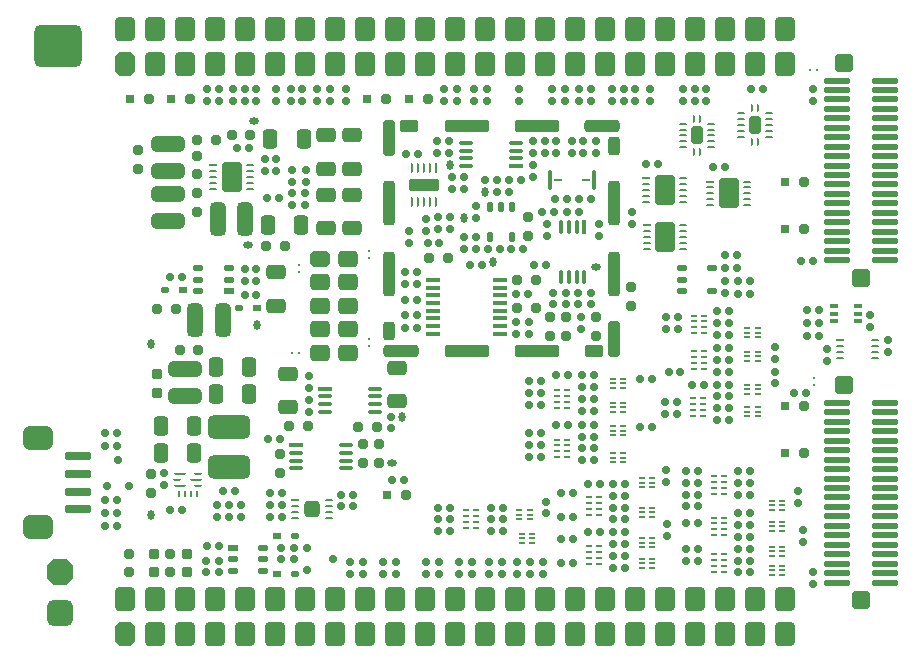
<source format=gbr>
%TF.GenerationSoftware,Altium Limited,Altium Designer,25.4.2 (15)*%
G04 Layer_Color=255*
%FSLAX45Y45*%
%MOMM*%
%TF.SameCoordinates,EE14137D-E0DD-4410-96C1-A075B8BE80D9*%
%TF.FilePolarity,Positive*%
%TF.FileFunction,Pads,Top*%
%TF.Part,Single*%
G01*
G75*
%TA.AperFunction,SMDPad,CuDef*%
%ADD10R,0.52000X0.15000*%
G04:AMPARAMS|DCode=11|XSize=0.15mm|YSize=0.52mm|CornerRadius=0.0375mm|HoleSize=0mm|Usage=FLASHONLY|Rotation=90.000|XOffset=0mm|YOffset=0mm|HoleType=Round|Shape=RoundedRectangle|*
%AMROUNDEDRECTD11*
21,1,0.15000,0.44500,0,0,90.0*
21,1,0.07500,0.52000,0,0,90.0*
1,1,0.07500,0.22250,0.03750*
1,1,0.07500,0.22250,-0.03750*
1,1,0.07500,-0.22250,-0.03750*
1,1,0.07500,-0.22250,0.03750*
%
%ADD11ROUNDEDRECTD11*%
G04:AMPARAMS|DCode=12|XSize=0.23mm|YSize=0.7mm|CornerRadius=0.0575mm|HoleSize=0mm|Usage=FLASHONLY|Rotation=90.000|XOffset=0mm|YOffset=0mm|HoleType=Round|Shape=RoundedRectangle|*
%AMROUNDEDRECTD12*
21,1,0.23000,0.58500,0,0,90.0*
21,1,0.11500,0.70000,0,0,90.0*
1,1,0.11500,0.29250,0.05750*
1,1,0.11500,0.29250,-0.05750*
1,1,0.11500,-0.29250,-0.05750*
1,1,0.11500,-0.29250,0.05750*
%
%ADD12ROUNDEDRECTD12*%
G04:AMPARAMS|DCode=13|XSize=2.5mm|YSize=1.65mm|CornerRadius=0.165mm|HoleSize=0mm|Usage=FLASHONLY|Rotation=90.000|XOffset=0mm|YOffset=0mm|HoleType=Round|Shape=RoundedRectangle|*
%AMROUNDEDRECTD13*
21,1,2.50000,1.32000,0,0,90.0*
21,1,2.17000,1.65000,0,0,90.0*
1,1,0.33000,0.66000,1.08500*
1,1,0.33000,0.66000,-1.08500*
1,1,0.33000,-0.66000,-1.08500*
1,1,0.33000,-0.66000,1.08500*
%
%ADD13ROUNDEDRECTD13*%
%ADD14R,0.70000X0.23000*%
G04:AMPARAMS|DCode=15|XSize=0.55mm|YSize=0.8mm|CornerRadius=0.1375mm|HoleSize=0mm|Usage=FLASHONLY|Rotation=0.000|XOffset=0mm|YOffset=0mm|HoleType=Round|Shape=RoundedRectangle|*
%AMROUNDEDRECTD15*
21,1,0.55000,0.52500,0,0,0.0*
21,1,0.27500,0.80000,0,0,0.0*
1,1,0.27500,0.13750,-0.26250*
1,1,0.27500,-0.13750,-0.26250*
1,1,0.27500,-0.13750,0.26250*
1,1,0.27500,0.13750,0.26250*
%
%ADD15ROUNDEDRECTD15*%
G04:AMPARAMS|DCode=16|XSize=0.23mm|YSize=0.67mm|CornerRadius=0.0575mm|HoleSize=0mm|Usage=FLASHONLY|Rotation=90.000|XOffset=0mm|YOffset=0mm|HoleType=Round|Shape=RoundedRectangle|*
%AMROUNDEDRECTD16*
21,1,0.23000,0.55500,0,0,90.0*
21,1,0.11500,0.67000,0,0,90.0*
1,1,0.11500,0.27750,0.05750*
1,1,0.11500,0.27750,-0.05750*
1,1,0.11500,-0.27750,-0.05750*
1,1,0.11500,-0.27750,0.05750*
%
%ADD16ROUNDEDRECTD16*%
G04:AMPARAMS|DCode=17|XSize=0.23mm|YSize=0.67mm|CornerRadius=0.0575mm|HoleSize=0mm|Usage=FLASHONLY|Rotation=0.000|XOffset=0mm|YOffset=0mm|HoleType=Round|Shape=RoundedRectangle|*
%AMROUNDEDRECTD17*
21,1,0.23000,0.55500,0,0,0.0*
21,1,0.11500,0.67000,0,0,0.0*
1,1,0.11500,0.05750,-0.27750*
1,1,0.11500,-0.05750,-0.27750*
1,1,0.11500,-0.05750,0.27750*
1,1,0.11500,0.05750,0.27750*
%
%ADD17ROUNDEDRECTD17*%
G04:AMPARAMS|DCode=18|XSize=1mm|YSize=1.5mm|CornerRadius=0.25mm|HoleSize=0mm|Usage=FLASHONLY|Rotation=0.000|XOffset=0mm|YOffset=0mm|HoleType=Round|Shape=RoundedRectangle|*
%AMROUNDEDRECTD18*
21,1,1.00000,1.00000,0,0,0.0*
21,1,0.50000,1.50000,0,0,0.0*
1,1,0.50000,0.25000,-0.50000*
1,1,0.50000,-0.25000,-0.50000*
1,1,0.50000,-0.25000,0.50000*
1,1,0.50000,0.25000,0.50000*
%
%ADD18ROUNDEDRECTD18*%
%ADD19R,0.58000X0.22000*%
G04:AMPARAMS|DCode=20|XSize=0.22mm|YSize=0.58mm|CornerRadius=0.055mm|HoleSize=0mm|Usage=FLASHONLY|Rotation=90.000|XOffset=0mm|YOffset=0mm|HoleType=Round|Shape=RoundedRectangle|*
%AMROUNDEDRECTD20*
21,1,0.22000,0.47000,0,0,90.0*
21,1,0.11000,0.58000,0,0,90.0*
1,1,0.11000,0.23500,0.05500*
1,1,0.11000,0.23500,-0.05500*
1,1,0.11000,-0.23500,-0.05500*
1,1,0.11000,-0.23500,0.05500*
%
%ADD20ROUNDEDRECTD20*%
%ADD21R,1.15000X0.35000*%
G04:AMPARAMS|DCode=22|XSize=0.35mm|YSize=1.15mm|CornerRadius=0.0875mm|HoleSize=0mm|Usage=FLASHONLY|Rotation=90.000|XOffset=0mm|YOffset=0mm|HoleType=Round|Shape=RoundedRectangle|*
%AMROUNDEDRECTD22*
21,1,0.35000,0.97500,0,0,90.0*
21,1,0.17500,1.15000,0,0,90.0*
1,1,0.17500,0.48750,0.08750*
1,1,0.17500,0.48750,-0.08750*
1,1,0.17500,-0.48750,-0.08750*
1,1,0.17500,-0.48750,0.08750*
%
%ADD22ROUNDEDRECTD22*%
G04:AMPARAMS|DCode=23|XSize=0.55mm|YSize=0.9mm|CornerRadius=0.1375mm|HoleSize=0mm|Usage=FLASHONLY|Rotation=270.000|XOffset=0mm|YOffset=0mm|HoleType=Round|Shape=RoundedRectangle|*
%AMROUNDEDRECTD23*
21,1,0.55000,0.62500,0,0,270.0*
21,1,0.27500,0.90000,0,0,270.0*
1,1,0.27500,-0.31250,-0.13750*
1,1,0.27500,-0.31250,0.13750*
1,1,0.27500,0.31250,0.13750*
1,1,0.27500,0.31250,-0.13750*
%
%ADD23ROUNDEDRECTD23*%
%ADD24R,0.90000X0.55000*%
G04:AMPARAMS|DCode=25|XSize=1.4mm|YSize=1.3mm|CornerRadius=0.325mm|HoleSize=0mm|Usage=FLASHONLY|Rotation=90.000|XOffset=0mm|YOffset=0mm|HoleType=Round|Shape=RoundedRectangle|*
%AMROUNDEDRECTD25*
21,1,1.40000,0.65000,0,0,90.0*
21,1,0.75000,1.30000,0,0,90.0*
1,1,0.65000,0.32500,0.37500*
1,1,0.65000,0.32500,-0.37500*
1,1,0.65000,-0.32500,-0.37500*
1,1,0.65000,-0.32500,0.37500*
%
%ADD25ROUNDEDRECTD25*%
%ADD26R,0.70000X0.33000*%
G04:AMPARAMS|DCode=27|XSize=0.33mm|YSize=0.7mm|CornerRadius=0.0825mm|HoleSize=0mm|Usage=FLASHONLY|Rotation=270.000|XOffset=0mm|YOffset=0mm|HoleType=Round|Shape=RoundedRectangle|*
%AMROUNDEDRECTD27*
21,1,0.33000,0.53500,0,0,270.0*
21,1,0.16500,0.70000,0,0,270.0*
1,1,0.16500,-0.26750,-0.08250*
1,1,0.16500,-0.26750,0.08250*
1,1,0.16500,0.26750,0.08250*
1,1,0.16500,0.26750,-0.08250*
%
%ADD27ROUNDEDRECTD27*%
G04:AMPARAMS|DCode=28|XSize=0.25mm|YSize=0.7mm|CornerRadius=0.0625mm|HoleSize=0mm|Usage=FLASHONLY|Rotation=90.000|XOffset=0mm|YOffset=0mm|HoleType=Round|Shape=RoundedRectangle|*
%AMROUNDEDRECTD28*
21,1,0.25000,0.57500,0,0,90.0*
21,1,0.12500,0.70000,0,0,90.0*
1,1,0.12500,0.28750,0.06250*
1,1,0.12500,0.28750,-0.06250*
1,1,0.12500,-0.28750,-0.06250*
1,1,0.12500,-0.28750,0.06250*
%
%ADD28ROUNDEDRECTD28*%
%ADD29R,0.70000X0.25000*%
G04:AMPARAMS|DCode=30|XSize=0.55mm|YSize=0.8mm|CornerRadius=0.1375mm|HoleSize=0mm|Usage=FLASHONLY|Rotation=90.000|XOffset=0mm|YOffset=0mm|HoleType=Round|Shape=RoundedRectangle|*
%AMROUNDEDRECTD30*
21,1,0.55000,0.52500,0,0,90.0*
21,1,0.27500,0.80000,0,0,90.0*
1,1,0.27500,0.26250,0.13750*
1,1,0.27500,0.26250,-0.13750*
1,1,0.27500,-0.26250,-0.13750*
1,1,0.27500,-0.26250,0.13750*
%
%ADD30ROUNDEDRECTD30*%
G04:AMPARAMS|DCode=31|XSize=0.2mm|YSize=0.65mm|CornerRadius=0.05mm|HoleSize=0mm|Usage=FLASHONLY|Rotation=270.000|XOffset=0mm|YOffset=0mm|HoleType=Round|Shape=RoundedRectangle|*
%AMROUNDEDRECTD31*
21,1,0.20000,0.55000,0,0,270.0*
21,1,0.10000,0.65000,0,0,270.0*
1,1,0.10000,-0.27500,-0.05000*
1,1,0.10000,-0.27500,0.05000*
1,1,0.10000,0.27500,0.05000*
1,1,0.10000,0.27500,-0.05000*
%
%ADD31ROUNDEDRECTD31*%
G04:AMPARAMS|DCode=32|XSize=0.2mm|YSize=1mm|CornerRadius=0.05mm|HoleSize=0mm|Usage=FLASHONLY|Rotation=270.000|XOffset=0mm|YOffset=0mm|HoleType=Round|Shape=RoundedRectangle|*
%AMROUNDEDRECTD32*
21,1,0.20000,0.90000,0,0,270.0*
21,1,0.10000,1.00000,0,0,270.0*
1,1,0.10000,-0.45000,-0.05000*
1,1,0.10000,-0.45000,0.05000*
1,1,0.10000,0.45000,0.05000*
1,1,0.10000,0.45000,-0.05000*
%
%ADD32ROUNDEDRECTD32*%
G04:AMPARAMS|DCode=33|XSize=0.22mm|YSize=0.55mm|CornerRadius=0.055mm|HoleSize=0mm|Usage=FLASHONLY|Rotation=180.000|XOffset=0mm|YOffset=0mm|HoleType=Round|Shape=RoundedRectangle|*
%AMROUNDEDRECTD33*
21,1,0.22000,0.44000,0,0,180.0*
21,1,0.11000,0.55000,0,0,180.0*
1,1,0.11000,-0.05500,0.22000*
1,1,0.11000,0.05500,0.22000*
1,1,0.11000,0.05500,-0.22000*
1,1,0.11000,-0.05500,-0.22000*
%
%ADD33ROUNDEDRECTD33*%
G04:AMPARAMS|DCode=34|XSize=0.35mm|YSize=1.2mm|CornerRadius=0.0875mm|HoleSize=0mm|Usage=FLASHONLY|Rotation=270.000|XOffset=0mm|YOffset=0mm|HoleType=Round|Shape=RoundedRectangle|*
%AMROUNDEDRECTD34*
21,1,0.35000,1.02500,0,0,270.0*
21,1,0.17500,1.20000,0,0,270.0*
1,1,0.17500,-0.51250,-0.08750*
1,1,0.17500,-0.51250,0.08750*
1,1,0.17500,0.51250,0.08750*
1,1,0.17500,0.51250,-0.08750*
%
%ADD34ROUNDEDRECTD34*%
%ADD35R,1.20000X0.35000*%
%ADD36R,0.35000X1.15000*%
G04:AMPARAMS|DCode=37|XSize=0.35mm|YSize=1.15mm|CornerRadius=0.0875mm|HoleSize=0mm|Usage=FLASHONLY|Rotation=0.000|XOffset=0mm|YOffset=0mm|HoleType=Round|Shape=RoundedRectangle|*
%AMROUNDEDRECTD37*
21,1,0.35000,0.97500,0,0,0.0*
21,1,0.17500,1.15000,0,0,0.0*
1,1,0.17500,0.08750,-0.48750*
1,1,0.17500,-0.08750,-0.48750*
1,1,0.17500,-0.08750,0.48750*
1,1,0.17500,0.08750,0.48750*
%
%ADD37ROUNDEDRECTD37*%
G04:AMPARAMS|DCode=38|XSize=2.55mm|YSize=1.1mm|CornerRadius=0.275mm|HoleSize=0mm|Usage=FLASHONLY|Rotation=0.000|XOffset=0mm|YOffset=0mm|HoleType=Round|Shape=RoundedRectangle|*
%AMROUNDEDRECTD38*
21,1,2.55000,0.55000,0,0,0.0*
21,1,2.00000,1.10000,0,0,0.0*
1,1,0.55000,1.00000,-0.27500*
1,1,0.55000,-1.00000,-0.27500*
1,1,0.55000,-1.00000,0.27500*
1,1,0.55000,1.00000,0.27500*
%
%ADD38ROUNDEDRECTD38*%
G04:AMPARAMS|DCode=39|XSize=0.23mm|YSize=0.85mm|CornerRadius=0.0575mm|HoleSize=0mm|Usage=FLASHONLY|Rotation=0.000|XOffset=0mm|YOffset=0mm|HoleType=Round|Shape=RoundedRectangle|*
%AMROUNDEDRECTD39*
21,1,0.23000,0.73500,0,0,0.0*
21,1,0.11500,0.85000,0,0,0.0*
1,1,0.11500,0.05750,-0.36750*
1,1,0.11500,-0.05750,-0.36750*
1,1,0.11500,-0.05750,0.36750*
1,1,0.11500,0.05750,0.36750*
%
%ADD39ROUNDEDRECTD39*%
%ADD40R,0.23000X0.85000*%
%ADD41O,0.60000X0.80000*%
G04:AMPARAMS|DCode=42|XSize=0.6mm|YSize=0.7mm|CornerRadius=0.15mm|HoleSize=0mm|Usage=FLASHONLY|Rotation=180.000|XOffset=0mm|YOffset=0mm|HoleType=Round|Shape=RoundedRectangle|*
%AMROUNDEDRECTD42*
21,1,0.60000,0.40000,0,0,180.0*
21,1,0.30000,0.70000,0,0,180.0*
1,1,0.30000,-0.15000,0.20000*
1,1,0.30000,0.15000,0.20000*
1,1,0.30000,0.15000,-0.20000*
1,1,0.30000,-0.15000,-0.20000*
%
%ADD42ROUNDEDRECTD42*%
G04:AMPARAMS|DCode=43|XSize=0.6mm|YSize=0.7mm|CornerRadius=0.15mm|HoleSize=0mm|Usage=FLASHONLY|Rotation=90.000|XOffset=0mm|YOffset=0mm|HoleType=Round|Shape=RoundedRectangle|*
%AMROUNDEDRECTD43*
21,1,0.60000,0.40000,0,0,90.0*
21,1,0.30000,0.70000,0,0,90.0*
1,1,0.30000,0.20000,0.15000*
1,1,0.30000,0.20000,-0.15000*
1,1,0.30000,-0.20000,-0.15000*
1,1,0.30000,-0.20000,0.15000*
%
%ADD43ROUNDEDRECTD43*%
G04:AMPARAMS|DCode=44|XSize=0.6mm|YSize=0.6mm|CornerRadius=0.15mm|HoleSize=0mm|Usage=FLASHONLY|Rotation=0.000|XOffset=0mm|YOffset=0mm|HoleType=Round|Shape=RoundedRectangle|*
%AMROUNDEDRECTD44*
21,1,0.60000,0.30000,0,0,0.0*
21,1,0.30000,0.60000,0,0,0.0*
1,1,0.30000,0.15000,-0.15000*
1,1,0.30000,-0.15000,-0.15000*
1,1,0.30000,-0.15000,0.15000*
1,1,0.30000,0.15000,0.15000*
%
%ADD44ROUNDEDRECTD44*%
G04:AMPARAMS|DCode=45|XSize=0.6mm|YSize=0.6mm|CornerRadius=0.15mm|HoleSize=0mm|Usage=FLASHONLY|Rotation=270.000|XOffset=0mm|YOffset=0mm|HoleType=Round|Shape=RoundedRectangle|*
%AMROUNDEDRECTD45*
21,1,0.60000,0.30000,0,0,270.0*
21,1,0.30000,0.60000,0,0,270.0*
1,1,0.30000,-0.15000,-0.15000*
1,1,0.30000,-0.15000,0.15000*
1,1,0.30000,0.15000,0.15000*
1,1,0.30000,0.15000,-0.15000*
%
%ADD45ROUNDEDRECTD45*%
G04:AMPARAMS|DCode=46|XSize=0.9mm|YSize=0.8mm|CornerRadius=0.2mm|HoleSize=0mm|Usage=FLASHONLY|Rotation=180.000|XOffset=0mm|YOffset=0mm|HoleType=Round|Shape=RoundedRectangle|*
%AMROUNDEDRECTD46*
21,1,0.90000,0.40000,0,0,180.0*
21,1,0.50000,0.80000,0,0,180.0*
1,1,0.40000,-0.25000,0.20000*
1,1,0.40000,0.25000,0.20000*
1,1,0.40000,0.25000,-0.20000*
1,1,0.40000,-0.25000,-0.20000*
%
%ADD46ROUNDEDRECTD46*%
%ADD47O,0.30000X1.70000*%
%ADD48R,0.70000X0.24000*%
G04:AMPARAMS|DCode=49|XSize=2.2mm|YSize=0.5mm|CornerRadius=0.125mm|HoleSize=0mm|Usage=FLASHONLY|Rotation=0.000|XOffset=0mm|YOffset=0mm|HoleType=Round|Shape=RoundedRectangle|*
%AMROUNDEDRECTD49*
21,1,2.20000,0.25000,0,0,0.0*
21,1,1.95000,0.50000,0,0,0.0*
1,1,0.25000,0.97500,-0.12500*
1,1,0.25000,-0.97500,-0.12500*
1,1,0.25000,-0.97500,0.12500*
1,1,0.25000,0.97500,0.12500*
%
%ADD49ROUNDEDRECTD49*%
G04:AMPARAMS|DCode=50|XSize=2.2mm|YSize=0.7mm|CornerRadius=0.175mm|HoleSize=0mm|Usage=FLASHONLY|Rotation=180.000|XOffset=0mm|YOffset=0mm|HoleType=Round|Shape=RoundedRectangle|*
%AMROUNDEDRECTD50*
21,1,2.20000,0.35000,0,0,180.0*
21,1,1.85000,0.70000,0,0,180.0*
1,1,0.35000,-0.92500,0.17500*
1,1,0.35000,0.92500,0.17500*
1,1,0.35000,0.92500,-0.17500*
1,1,0.35000,-0.92500,-0.17500*
%
%ADD50ROUNDEDRECTD50*%
G04:AMPARAMS|DCode=51|XSize=2.5mm|YSize=2mm|CornerRadius=0.5mm|HoleSize=0mm|Usage=FLASHONLY|Rotation=180.000|XOffset=0mm|YOffset=0mm|HoleType=Round|Shape=RoundedRectangle|*
%AMROUNDEDRECTD51*
21,1,2.50000,1.00000,0,0,180.0*
21,1,1.50000,2.00000,0,0,180.0*
1,1,1.00000,-0.75000,0.50000*
1,1,1.00000,0.75000,0.50000*
1,1,1.00000,0.75000,-0.50000*
1,1,1.00000,-0.75000,-0.50000*
%
%ADD51ROUNDEDRECTD51*%
%TA.AperFunction,SMDPad,SMDef*%
%ADD52C,0.30000*%
%TA.AperFunction,SMDPad,CuDef*%
G04:AMPARAMS|DCode=53|XSize=1.6mm|YSize=1mm|CornerRadius=0.25mm|HoleSize=0mm|Usage=FLASHONLY|Rotation=270.000|XOffset=0mm|YOffset=0mm|HoleType=Round|Shape=RoundedRectangle|*
%AMROUNDEDRECTD53*
21,1,1.60000,0.50000,0,0,270.0*
21,1,1.10000,1.00000,0,0,270.0*
1,1,0.50000,-0.25000,-0.55000*
1,1,0.50000,-0.25000,0.55000*
1,1,0.50000,0.25000,0.55000*
1,1,0.50000,0.25000,-0.55000*
%
%ADD53ROUNDEDRECTD53*%
%TA.AperFunction,SMDPad,SMDef*%
G04:AMPARAMS|DCode=54|XSize=3.8mm|YSize=1mm|CornerRadius=0.25mm|HoleSize=0mm|Usage=FLASHONLY|Rotation=180.000|XOffset=0mm|YOffset=0mm|HoleType=Round|Shape=RoundedRectangle|*
%AMROUNDEDRECTD54*
21,1,3.80000,0.50000,0,0,180.0*
21,1,3.30000,1.00000,0,0,180.0*
1,1,0.50000,-1.65000,0.25000*
1,1,0.50000,1.65000,0.25000*
1,1,0.50000,1.65000,-0.25000*
1,1,0.50000,-1.65000,-0.25000*
%
%ADD54ROUNDEDRECTD54*%
%TA.AperFunction,SMDPad,CuDef*%
G04:AMPARAMS|DCode=55|XSize=3mm|YSize=1mm|CornerRadius=0.25mm|HoleSize=0mm|Usage=FLASHONLY|Rotation=180.000|XOffset=0mm|YOffset=0mm|HoleType=Round|Shape=RoundedRectangle|*
%AMROUNDEDRECTD55*
21,1,3.00000,0.50000,0,0,180.0*
21,1,2.50000,1.00000,0,0,180.0*
1,1,0.50000,-1.25000,0.25000*
1,1,0.50000,1.25000,0.25000*
1,1,0.50000,1.25000,-0.25000*
1,1,0.50000,-1.25000,-0.25000*
%
%ADD55ROUNDEDRECTD55*%
G04:AMPARAMS|DCode=56|XSize=1.6mm|YSize=1mm|CornerRadius=0.25mm|HoleSize=0mm|Usage=FLASHONLY|Rotation=0.000|XOffset=0mm|YOffset=0mm|HoleType=Round|Shape=RoundedRectangle|*
%AMROUNDEDRECTD56*
21,1,1.60000,0.50000,0,0,0.0*
21,1,1.10000,1.00000,0,0,0.0*
1,1,0.50000,0.55000,-0.25000*
1,1,0.50000,-0.55000,-0.25000*
1,1,0.50000,-0.55000,0.25000*
1,1,0.50000,0.55000,0.25000*
%
%ADD56ROUNDEDRECTD56*%
%TA.AperFunction,SMDPad,SMDef*%
G04:AMPARAMS|DCode=57|XSize=3.8mm|YSize=1mm|CornerRadius=0.25mm|HoleSize=0mm|Usage=FLASHONLY|Rotation=270.000|XOffset=0mm|YOffset=0mm|HoleType=Round|Shape=RoundedRectangle|*
%AMROUNDEDRECTD57*
21,1,3.80000,0.50000,0,0,270.0*
21,1,3.30000,1.00000,0,0,270.0*
1,1,0.50000,-0.25000,-1.65000*
1,1,0.50000,-0.25000,1.65000*
1,1,0.50000,0.25000,1.65000*
1,1,0.50000,0.25000,-1.65000*
%
%ADD57ROUNDEDRECTD57*%
%TA.AperFunction,SMDPad,CuDef*%
G04:AMPARAMS|DCode=58|XSize=3mm|YSize=1mm|CornerRadius=0.25mm|HoleSize=0mm|Usage=FLASHONLY|Rotation=270.000|XOffset=0mm|YOffset=0mm|HoleType=Round|Shape=RoundedRectangle|*
%AMROUNDEDRECTD58*
21,1,3.00000,0.50000,0,0,270.0*
21,1,2.50000,1.00000,0,0,270.0*
1,1,0.50000,-0.25000,-1.25000*
1,1,0.50000,-0.25000,1.25000*
1,1,0.50000,0.25000,1.25000*
1,1,0.50000,0.25000,-1.25000*
%
%ADD58ROUNDEDRECTD58*%
G04:AMPARAMS|DCode=59|XSize=2.8mm|YSize=1.3mm|CornerRadius=0.325mm|HoleSize=0mm|Usage=FLASHONLY|Rotation=90.000|XOffset=0mm|YOffset=0mm|HoleType=Round|Shape=RoundedRectangle|*
%AMROUNDEDRECTD59*
21,1,2.80000,0.65000,0,0,90.0*
21,1,2.15000,1.30000,0,0,90.0*
1,1,0.65000,0.32500,1.07500*
1,1,0.65000,0.32500,-1.07500*
1,1,0.65000,-0.32500,-1.07500*
1,1,0.65000,-0.32500,1.07500*
%
%ADD59ROUNDEDRECTD59*%
G04:AMPARAMS|DCode=60|XSize=2.8mm|YSize=1.3mm|CornerRadius=0.325mm|HoleSize=0mm|Usage=FLASHONLY|Rotation=0.000|XOffset=0mm|YOffset=0mm|HoleType=Round|Shape=RoundedRectangle|*
%AMROUNDEDRECTD60*
21,1,2.80000,0.65000,0,0,0.0*
21,1,2.15000,1.30000,0,0,0.0*
1,1,0.65000,1.07500,-0.32500*
1,1,0.65000,-1.07500,-0.32500*
1,1,0.65000,-1.07500,0.32500*
1,1,0.65000,1.07500,0.32500*
%
%ADD60ROUNDEDRECTD60*%
G04:AMPARAMS|DCode=61|XSize=3.6mm|YSize=2mm|CornerRadius=0.5mm|HoleSize=0mm|Usage=FLASHONLY|Rotation=180.000|XOffset=0mm|YOffset=0mm|HoleType=Round|Shape=RoundedRectangle|*
%AMROUNDEDRECTD61*
21,1,3.60000,1.00000,0,0,180.0*
21,1,2.60000,2.00000,0,0,180.0*
1,1,1.00000,-1.30000,0.50000*
1,1,1.00000,1.30000,0.50000*
1,1,1.00000,1.30000,-0.50000*
1,1,1.00000,-1.30000,-0.50000*
%
%ADD61ROUNDEDRECTD61*%
%ADD62O,0.80000X0.60000*%
%ADD63R,0.80000X0.80000*%
G04:AMPARAMS|DCode=64|XSize=0.8mm|YSize=0.8mm|CornerRadius=0.2mm|HoleSize=0mm|Usage=FLASHONLY|Rotation=90.000|XOffset=0mm|YOffset=0mm|HoleType=Round|Shape=RoundedRectangle|*
%AMROUNDEDRECTD64*
21,1,0.80000,0.40000,0,0,90.0*
21,1,0.40000,0.80000,0,0,90.0*
1,1,0.40000,0.20000,0.20000*
1,1,0.40000,0.20000,-0.20000*
1,1,0.40000,-0.20000,-0.20000*
1,1,0.40000,-0.20000,0.20000*
%
%ADD64ROUNDEDRECTD64*%
%ADD65R,0.70000X0.50000*%
G04:AMPARAMS|DCode=66|XSize=0.5mm|YSize=0.7mm|CornerRadius=0.125mm|HoleSize=0mm|Usage=FLASHONLY|Rotation=90.000|XOffset=0mm|YOffset=0mm|HoleType=Round|Shape=RoundedRectangle|*
%AMROUNDEDRECTD66*
21,1,0.50000,0.45000,0,0,90.0*
21,1,0.25000,0.70000,0,0,90.0*
1,1,0.25000,0.22500,0.12500*
1,1,0.25000,0.22500,-0.12500*
1,1,0.25000,-0.22500,-0.12500*
1,1,0.25000,-0.22500,0.12500*
%
%ADD66ROUNDEDRECTD66*%
G04:AMPARAMS|DCode=67|XSize=0.8mm|YSize=0.8mm|CornerRadius=0.2mm|HoleSize=0mm|Usage=FLASHONLY|Rotation=180.000|XOffset=0mm|YOffset=0mm|HoleType=Round|Shape=RoundedRectangle|*
%AMROUNDEDRECTD67*
21,1,0.80000,0.40000,0,0,180.0*
21,1,0.40000,0.80000,0,0,180.0*
1,1,0.40000,-0.20000,0.20000*
1,1,0.40000,0.20000,0.20000*
1,1,0.40000,0.20000,-0.20000*
1,1,0.40000,-0.20000,-0.20000*
%
%ADD67ROUNDEDRECTD67*%
G04:AMPARAMS|DCode=68|XSize=1.65mm|YSize=1.25mm|CornerRadius=0.3125mm|HoleSize=0mm|Usage=FLASHONLY|Rotation=0.000|XOffset=0mm|YOffset=0mm|HoleType=Round|Shape=RoundedRectangle|*
%AMROUNDEDRECTD68*
21,1,1.65000,0.62500,0,0,0.0*
21,1,1.02500,1.25000,0,0,0.0*
1,1,0.62500,0.51250,-0.31250*
1,1,0.62500,-0.51250,-0.31250*
1,1,0.62500,-0.51250,0.31250*
1,1,0.62500,0.51250,0.31250*
%
%ADD68ROUNDEDRECTD68*%
G04:AMPARAMS|DCode=69|XSize=1.65mm|YSize=1.25mm|CornerRadius=0.3125mm|HoleSize=0mm|Usage=FLASHONLY|Rotation=270.000|XOffset=0mm|YOffset=0mm|HoleType=Round|Shape=RoundedRectangle|*
%AMROUNDEDRECTD69*
21,1,1.65000,0.62500,0,0,270.0*
21,1,1.02500,1.25000,0,0,270.0*
1,1,0.62500,-0.31250,-0.51250*
1,1,0.62500,-0.31250,0.51250*
1,1,0.62500,0.31250,0.51250*
1,1,0.62500,0.31250,-0.51250*
%
%ADD69ROUNDEDRECTD69*%
%TA.AperFunction,ComponentPad*%
G04:AMPARAMS|DCode=83|XSize=1.55mm|YSize=1.6mm|CornerRadius=0.3875mm|HoleSize=0mm|Usage=FLASHONLY|Rotation=270.000|XOffset=0mm|YOffset=0mm|HoleType=Round|Shape=RoundedRectangle|*
%AMROUNDEDRECTD83*
21,1,1.55000,0.82500,0,0,270.0*
21,1,0.77500,1.60000,0,0,270.0*
1,1,0.77500,-0.41250,-0.38750*
1,1,0.77500,-0.41250,0.38750*
1,1,0.77500,0.41250,0.38750*
1,1,0.77500,0.41250,-0.38750*
%
%ADD83ROUNDEDRECTD83*%
G04:AMPARAMS|DCode=84|XSize=1.7mm|YSize=2.1mm|CornerRadius=0.425mm|HoleSize=0mm|Usage=FLASHONLY|Rotation=0.000|XOffset=0mm|YOffset=0mm|HoleType=Round|Shape=RoundedRectangle|*
%AMROUNDEDRECTD84*
21,1,1.70000,1.25001,0,0,0.0*
21,1,0.85000,2.10000,0,0,0.0*
1,1,0.85000,0.42500,-0.62500*
1,1,0.85000,-0.42500,-0.62500*
1,1,0.85000,-0.42500,0.62500*
1,1,0.85000,0.42500,0.62500*
%
%ADD84ROUNDEDRECTD84*%
G04:AMPARAMS|DCode=85|XSize=1.7mm|YSize=2.1mm|CornerRadius=0mm|HoleSize=0mm|Usage=FLASHONLY|Rotation=0.000|XOffset=0mm|YOffset=0mm|HoleType=Round|Shape=Octagon|*
%AMOCTAGOND85*
4,1,8,-0.42500,1.05000,0.42500,1.05000,0.85000,0.62500,0.85000,-0.62500,0.42500,-1.05000,-0.42500,-1.05000,-0.85000,-0.62500,-0.85000,0.62500,-0.42500,1.05000,0.0*
%
%ADD85OCTAGOND85*%

G04:AMPARAMS|DCode=86|XSize=1.4mm|YSize=1.7mm|CornerRadius=0.35mm|HoleSize=0mm|Usage=FLASHONLY|Rotation=270.000|XOffset=0mm|YOffset=0mm|HoleType=Round|Shape=RoundedRectangle|*
%AMROUNDEDRECTD86*
21,1,1.40000,1.00000,0,0,270.0*
21,1,0.70000,1.70000,0,0,270.0*
1,1,0.70000,-0.50000,-0.35000*
1,1,0.70000,-0.50000,0.35000*
1,1,0.70000,0.50000,0.35000*
1,1,0.70000,0.50000,-0.35000*
%
%ADD86ROUNDEDRECTD86*%
G04:AMPARAMS|DCode=87|XSize=1.4mm|YSize=1.7mm|CornerRadius=0mm|HoleSize=0mm|Usage=FLASHONLY|Rotation=270.000|XOffset=0mm|YOffset=0mm|HoleType=Round|Shape=Octagon|*
%AMOCTAGOND87*
4,1,8,0.85000,0.35000,0.85000,-0.35000,0.50000,-0.70000,-0.50000,-0.70000,-0.85000,-0.35000,-0.85000,0.35000,-0.50000,0.70000,0.50000,0.70000,0.85000,0.35000,0.0*
%
%ADD87OCTAGOND87*%

G04:AMPARAMS|DCode=88|XSize=4mm|YSize=3.6mm|CornerRadius=0.54mm|HoleSize=0mm|Usage=FLASHONLY|Rotation=0.000|XOffset=0mm|YOffset=0mm|HoleType=Round|Shape=RoundedRectangle|*
%AMROUNDEDRECTD88*
21,1,4.00000,2.52000,0,0,0.0*
21,1,2.92000,3.60000,0,0,0.0*
1,1,1.08000,1.46000,-1.26000*
1,1,1.08000,-1.46000,-1.26000*
1,1,1.08000,-1.46000,1.26000*
1,1,1.08000,1.46000,1.26000*
%
%ADD88ROUNDEDRECTD88*%
G04:AMPARAMS|DCode=89|XSize=2.2mm|YSize=2.2mm|CornerRadius=0mm|HoleSize=0mm|Usage=FLASHONLY|Rotation=270.000|XOffset=0mm|YOffset=0mm|HoleType=Round|Shape=Octagon|*
%AMOCTAGOND89*
4,1,8,-0.55000,-1.10000,0.55000,-1.10000,1.10000,-0.55000,1.10000,0.55000,0.55000,1.10000,-0.55000,1.10000,-1.10000,0.55000,-1.10000,-0.55000,-0.55000,-1.10000,0.0*
%
%ADD89OCTAGOND89*%

G04:AMPARAMS|DCode=90|XSize=2.2mm|YSize=2.2mm|CornerRadius=0.55mm|HoleSize=0mm|Usage=FLASHONLY|Rotation=270.000|XOffset=0mm|YOffset=0mm|HoleType=Round|Shape=RoundedRectangle|*
%AMROUNDEDRECTD90*
21,1,2.20000,1.10000,0,0,270.0*
21,1,1.10000,2.20000,0,0,270.0*
1,1,1.10000,-0.55000,-0.55000*
1,1,1.10000,-0.55000,0.55000*
1,1,1.10000,0.55000,0.55000*
1,1,1.10000,0.55000,-0.55000*
%
%ADD90ROUNDEDRECTD90*%
D10*
X5386000Y1018000D02*
D03*
X6406000Y808000D02*
D03*
X6156000Y2128000D02*
D03*
X5366000Y1218000D02*
D03*
X6406000Y978000D02*
D03*
X6156000Y2328000D02*
D03*
X7506000Y748000D02*
D03*
X6406000Y1238000D02*
D03*
X7296000Y2088000D02*
D03*
X7506000Y908000D02*
D03*
X6406000Y1488000D02*
D03*
X7296000Y2278000D02*
D03*
X7506000Y1118000D02*
D03*
X6156000Y1698000D02*
D03*
X7296000Y2558000D02*
D03*
X7506000Y1298000D02*
D03*
X6156000Y1928000D02*
D03*
X7296000Y2758000D02*
D03*
D11*
X5386000Y980000D02*
D03*
Y942000D02*
D03*
X5474000Y1018000D02*
D03*
Y980000D02*
D03*
Y942000D02*
D03*
X6406000Y770000D02*
D03*
Y732000D02*
D03*
X6494000Y808000D02*
D03*
Y770000D02*
D03*
Y732000D02*
D03*
X6156000Y2090000D02*
D03*
Y2052000D02*
D03*
X6244000Y2128000D02*
D03*
Y2090000D02*
D03*
Y2052000D02*
D03*
X5366000Y1180000D02*
D03*
Y1142000D02*
D03*
X5454000Y1218000D02*
D03*
Y1180000D02*
D03*
Y1142000D02*
D03*
X6406000Y940000D02*
D03*
Y902000D02*
D03*
X6494000Y978000D02*
D03*
Y940000D02*
D03*
Y902000D02*
D03*
X6156000Y2290000D02*
D03*
Y2252000D02*
D03*
X6244000Y2328000D02*
D03*
Y2290000D02*
D03*
Y2252000D02*
D03*
X7506000Y710000D02*
D03*
Y672000D02*
D03*
X7594000Y748000D02*
D03*
Y710000D02*
D03*
Y672000D02*
D03*
X6406000Y1200000D02*
D03*
Y1162000D02*
D03*
X6494000Y1238000D02*
D03*
Y1200000D02*
D03*
Y1162000D02*
D03*
X7296000Y2050000D02*
D03*
Y2012000D02*
D03*
X7384000Y2088000D02*
D03*
Y2050000D02*
D03*
Y2012000D02*
D03*
X7506000Y870000D02*
D03*
Y832000D02*
D03*
X7594000Y908000D02*
D03*
Y870000D02*
D03*
Y832000D02*
D03*
X6406000Y1450000D02*
D03*
Y1412000D02*
D03*
X6494000Y1488000D02*
D03*
Y1450000D02*
D03*
Y1412000D02*
D03*
X7296000Y2240000D02*
D03*
Y2202000D02*
D03*
X7384000Y2278000D02*
D03*
Y2240000D02*
D03*
Y2202000D02*
D03*
X7506000Y1080000D02*
D03*
Y1042000D02*
D03*
X7594000Y1118000D02*
D03*
Y1080000D02*
D03*
Y1042000D02*
D03*
X6156000Y1660000D02*
D03*
Y1622000D02*
D03*
X6244000Y1698000D02*
D03*
Y1660000D02*
D03*
Y1622000D02*
D03*
X7296000Y2520000D02*
D03*
Y2482000D02*
D03*
X7384000Y2558000D02*
D03*
Y2520000D02*
D03*
Y2482000D02*
D03*
X7506000Y1260000D02*
D03*
Y1222000D02*
D03*
X7594000Y1298000D02*
D03*
Y1260000D02*
D03*
Y1222000D02*
D03*
X6156000Y1890000D02*
D03*
Y1852000D02*
D03*
X6244000Y1928000D02*
D03*
Y1890000D02*
D03*
Y1852000D02*
D03*
X7296000Y2720000D02*
D03*
Y2682000D02*
D03*
X7384000Y2758000D02*
D03*
Y2720000D02*
D03*
Y2682000D02*
D03*
D12*
X6753000Y3830000D02*
D03*
Y3880000D02*
D03*
Y3930000D02*
D03*
Y3980000D02*
D03*
Y4030000D02*
D03*
X6443000Y3830000D02*
D03*
Y3880000D02*
D03*
Y3930000D02*
D03*
Y3980000D02*
D03*
X7293000Y3800000D02*
D03*
Y3850000D02*
D03*
Y3900000D02*
D03*
Y3950000D02*
D03*
Y4000000D02*
D03*
X6983000Y3800000D02*
D03*
Y3850000D02*
D03*
Y3900000D02*
D03*
Y3950000D02*
D03*
X3085000Y3940000D02*
D03*
Y3990000D02*
D03*
Y4040000D02*
D03*
Y4090000D02*
D03*
Y4140000D02*
D03*
X2775000Y3940000D02*
D03*
Y3990000D02*
D03*
Y4040000D02*
D03*
Y4090000D02*
D03*
X3465000Y1255000D02*
D03*
Y1205000D02*
D03*
Y1155000D02*
D03*
X3755000Y1305000D02*
D03*
Y1255000D02*
D03*
Y1205000D02*
D03*
Y1155000D02*
D03*
X6755000Y3430000D02*
D03*
Y3480000D02*
D03*
Y3530000D02*
D03*
Y3580000D02*
D03*
Y3630000D02*
D03*
X6445000Y3430000D02*
D03*
Y3480000D02*
D03*
Y3530000D02*
D03*
Y3580000D02*
D03*
D13*
X6598000Y3930000D02*
D03*
X7138000Y3900000D02*
D03*
X2930000Y4040000D02*
D03*
X6600000Y3530000D02*
D03*
D14*
X6443000Y4030000D02*
D03*
X6983000Y4000000D02*
D03*
X2775000Y4140000D02*
D03*
X3465000Y1305000D02*
D03*
X6445000Y3630000D02*
D03*
D15*
X5305000Y3787500D02*
D03*
X5210000D02*
D03*
X5115000D02*
D03*
Y3532500D02*
D03*
X5305000D02*
D03*
D16*
X6752000Y4490000D02*
D03*
Y4290000D02*
D03*
Y4440000D02*
D03*
Y4390000D02*
D03*
Y4340000D02*
D03*
X6988000Y4290000D02*
D03*
Y4340000D02*
D03*
Y4390000D02*
D03*
Y4440000D02*
D03*
Y4490000D02*
D03*
X7246998Y4580001D02*
D03*
Y4380001D02*
D03*
Y4530001D02*
D03*
Y4480001D02*
D03*
Y4430001D02*
D03*
X7482998Y4380001D02*
D03*
Y4430001D02*
D03*
Y4480001D02*
D03*
Y4530001D02*
D03*
Y4580001D02*
D03*
D17*
X6845000Y4247000D02*
D03*
X6895000D02*
D03*
Y4533000D02*
D03*
X6845000D02*
D03*
X7339998Y4337001D02*
D03*
X7389998D02*
D03*
Y4623001D02*
D03*
X7339998D02*
D03*
D18*
X6870000Y4390000D02*
D03*
X7364998Y4480001D02*
D03*
D19*
X7017000Y845000D02*
D03*
X5957000Y1325000D02*
D03*
X5687001Y1815000D02*
D03*
X7017000Y1155000D02*
D03*
X5687001Y2235000D02*
D03*
X7017000Y1505000D02*
D03*
X6837001Y2165000D02*
D03*
X6847001Y2565000D02*
D03*
Y2865000D02*
D03*
X5957000Y915000D02*
D03*
X4917001Y1215000D02*
D03*
D20*
X7017000Y795000D02*
D03*
Y745000D02*
D03*
Y695000D02*
D03*
X7103000Y845000D02*
D03*
Y795000D02*
D03*
Y745000D02*
D03*
Y695000D02*
D03*
X5957000Y1275000D02*
D03*
Y1225000D02*
D03*
Y1175000D02*
D03*
X6043000Y1325000D02*
D03*
Y1275000D02*
D03*
Y1225000D02*
D03*
Y1175000D02*
D03*
X5687001Y1765001D02*
D03*
Y1715000D02*
D03*
Y1665000D02*
D03*
X5773000Y1815000D02*
D03*
Y1765001D02*
D03*
Y1715000D02*
D03*
Y1665000D02*
D03*
X7017000Y1105000D02*
D03*
Y1055000D02*
D03*
Y1005000D02*
D03*
X7103000Y1155000D02*
D03*
Y1105000D02*
D03*
Y1055000D02*
D03*
Y1005000D02*
D03*
X5687001Y2185000D02*
D03*
Y2135000D02*
D03*
Y2085000D02*
D03*
X5773000Y2235000D02*
D03*
Y2185000D02*
D03*
Y2135000D02*
D03*
Y2085000D02*
D03*
X7017000Y1455000D02*
D03*
Y1405000D02*
D03*
Y1355000D02*
D03*
X7103000Y1505000D02*
D03*
Y1455000D02*
D03*
Y1405000D02*
D03*
Y1355000D02*
D03*
X6837001Y2115001D02*
D03*
Y2065000D02*
D03*
Y2015001D02*
D03*
X6923000Y2165000D02*
D03*
Y2115001D02*
D03*
Y2065000D02*
D03*
Y2015001D02*
D03*
X6847001Y2515000D02*
D03*
Y2465000D02*
D03*
Y2415000D02*
D03*
X6933000Y2565000D02*
D03*
Y2515000D02*
D03*
Y2465000D02*
D03*
Y2415000D02*
D03*
X6847001Y2815000D02*
D03*
Y2765000D02*
D03*
Y2715000D02*
D03*
X6933000Y2865000D02*
D03*
Y2815000D02*
D03*
Y2765000D02*
D03*
Y2715000D02*
D03*
X5957000Y865000D02*
D03*
Y815000D02*
D03*
Y765000D02*
D03*
X6043000Y915000D02*
D03*
Y865000D02*
D03*
Y815000D02*
D03*
Y765000D02*
D03*
X4917001Y1165000D02*
D03*
Y1115000D02*
D03*
Y1065000D02*
D03*
X5003000Y1215000D02*
D03*
Y1165000D02*
D03*
Y1115000D02*
D03*
Y1065000D02*
D03*
D21*
X3477500Y1767500D02*
D03*
X3717501Y2247501D02*
D03*
X5342500Y4132500D02*
D03*
D22*
X3477500Y1702500D02*
D03*
Y1637500D02*
D03*
Y1572500D02*
D03*
X3902500Y1767500D02*
D03*
Y1702500D02*
D03*
Y1637500D02*
D03*
Y1572500D02*
D03*
X3717501Y2182501D02*
D03*
Y2117501D02*
D03*
Y2052501D02*
D03*
X4142501Y2247501D02*
D03*
Y2182501D02*
D03*
Y2117501D02*
D03*
Y2052501D02*
D03*
X5342500Y4197500D02*
D03*
Y4262500D02*
D03*
Y4327500D02*
D03*
X4917500Y4132500D02*
D03*
Y4197500D02*
D03*
Y4262500D02*
D03*
Y4327500D02*
D03*
D23*
X2650001Y3075000D02*
D03*
Y3170001D02*
D03*
Y3265000D02*
D03*
X2910001D02*
D03*
Y3170001D02*
D03*
X3200000Y895000D02*
D03*
Y800000D02*
D03*
Y705000D02*
D03*
X2940000D02*
D03*
Y800000D02*
D03*
D24*
X2910001Y3075000D02*
D03*
X2940000Y895000D02*
D03*
D25*
X3610000Y1230000D02*
D03*
D26*
X8230000Y2815000D02*
D03*
D27*
Y2880000D02*
D03*
Y2945000D02*
D03*
X8030000D02*
D03*
Y2880000D02*
D03*
Y2815000D02*
D03*
D28*
X8379999Y2509999D02*
D03*
Y2559999D02*
D03*
Y2609999D02*
D03*
Y2659999D02*
D03*
X8080000Y2509999D02*
D03*
Y2559999D02*
D03*
Y2609999D02*
D03*
D29*
Y2659999D02*
D03*
D30*
X6742500Y3265000D02*
D03*
Y3170000D02*
D03*
Y3075000D02*
D03*
X6997500D02*
D03*
Y3265000D02*
D03*
D31*
X2647500Y1425000D02*
D03*
Y1525000D02*
D03*
X2472500Y1475000D02*
D03*
D32*
X2630000D02*
D03*
X2490000Y1525000D02*
D03*
Y1425000D02*
D03*
D33*
X2535000Y1357500D02*
D03*
X2635000D02*
D03*
X2485000D02*
D03*
X2585000D02*
D03*
D34*
X4635000Y3167500D02*
D03*
Y3102500D02*
D03*
Y3037500D02*
D03*
Y2972500D02*
D03*
Y2907500D02*
D03*
Y2842500D02*
D03*
Y2777500D02*
D03*
Y2712500D02*
D03*
X5205000Y3167500D02*
D03*
Y3102500D02*
D03*
Y3037500D02*
D03*
Y2972500D02*
D03*
Y2907500D02*
D03*
Y2842500D02*
D03*
Y2777500D02*
D03*
D35*
Y2712500D02*
D03*
D36*
X5917500Y3612500D02*
D03*
D37*
X5852500D02*
D03*
X5787500D02*
D03*
X5722500D02*
D03*
X5917500Y3187500D02*
D03*
X5852500D02*
D03*
X5787500D02*
D03*
X5722500D02*
D03*
D38*
X4560000Y3970000D02*
D03*
D39*
X4460000Y3825000D02*
D03*
X4510000D02*
D03*
X4560000D02*
D03*
X4610000D02*
D03*
X4660000D02*
D03*
X4460000Y4115000D02*
D03*
X4510000D02*
D03*
X4560000D02*
D03*
X4610000D02*
D03*
D40*
X4660000D02*
D03*
D41*
X5140000Y3320000D02*
D03*
X4900000Y3690000D02*
D03*
X4780000Y4140000D02*
D03*
X5080000Y3910000D02*
D03*
X4370000Y2010000D02*
D03*
X2250000Y1180000D02*
D03*
X3145000Y2782096D02*
D03*
X2249223Y2625785D02*
D03*
D42*
X1875000Y1420000D02*
D03*
X2065000D02*
D03*
X1970000Y1640000D02*
D03*
D43*
X3570000Y900000D02*
D03*
Y710000D02*
D03*
X3790000Y805000D02*
D03*
D44*
X3040000Y4780000D02*
D03*
Y4680000D02*
D03*
X3140000Y4780000D02*
D03*
Y4680000D02*
D03*
X5580001Y4340000D02*
D03*
Y4240000D02*
D03*
X5680001D02*
D03*
Y4340000D02*
D03*
X6470000Y4780000D02*
D03*
Y4680000D02*
D03*
X6350000D02*
D03*
Y4780000D02*
D03*
X6250000D02*
D03*
Y4680000D02*
D03*
X6150000D02*
D03*
Y4780000D02*
D03*
X7220000Y1090000D02*
D03*
Y990000D02*
D03*
X6160000Y1340000D02*
D03*
Y1440000D02*
D03*
Y1240000D02*
D03*
Y1140000D02*
D03*
X5900000Y2260001D02*
D03*
Y2360001D02*
D03*
X7040000Y2080000D02*
D03*
Y1980000D02*
D03*
Y2180000D02*
D03*
Y2280000D02*
D03*
X7040000Y2490000D02*
D03*
Y2390000D02*
D03*
X7040001Y2800000D02*
D03*
Y2700000D02*
D03*
X3440000Y4100000D02*
D03*
Y4000000D02*
D03*
Y3900000D02*
D03*
Y3800000D02*
D03*
X2940000Y4680000D02*
D03*
Y4780000D02*
D03*
X3040000Y3160000D02*
D03*
Y3260000D02*
D03*
X3140000D02*
D03*
Y3160000D02*
D03*
X3430000Y4680000D02*
D03*
Y4780000D02*
D03*
X2710000Y690000D02*
D03*
Y790000D02*
D03*
X2820000Y690000D02*
D03*
Y790000D02*
D03*
X3460000Y800000D02*
D03*
Y900000D02*
D03*
X4730000Y4680000D02*
D03*
Y4780000D02*
D03*
X2720000Y4680000D02*
D03*
Y4780000D02*
D03*
X4840000Y4680000D02*
D03*
Y4780000D02*
D03*
X2820000Y4680000D02*
D03*
Y4780000D02*
D03*
X4320000Y681000D02*
D03*
Y781000D02*
D03*
X4210000Y680000D02*
D03*
Y780000D02*
D03*
X5970000Y4780000D02*
D03*
Y4680000D02*
D03*
X5870000Y4780000D02*
D03*
Y4680000D02*
D03*
X4580000Y680000D02*
D03*
Y780000D02*
D03*
X4690000D02*
D03*
Y680000D02*
D03*
X5220000D02*
D03*
Y780000D02*
D03*
X6750000Y4680000D02*
D03*
Y4780000D02*
D03*
X6850000Y4680000D02*
D03*
Y4780000D02*
D03*
X5570000Y680000D02*
D03*
Y780000D02*
D03*
X5350000Y680000D02*
D03*
Y780000D02*
D03*
X5460000D02*
D03*
Y680000D02*
D03*
X5640000Y4680000D02*
D03*
Y4780000D02*
D03*
X5110000Y680000D02*
D03*
Y780000D02*
D03*
X5360000Y4680000D02*
D03*
Y4780000D02*
D03*
X4970000Y680000D02*
D03*
Y780000D02*
D03*
X5750000Y4780000D02*
D03*
Y4680000D02*
D03*
X4860000Y680000D02*
D03*
Y780000D02*
D03*
X4040000Y680000D02*
D03*
Y780000D02*
D03*
X3930000Y781000D02*
D03*
Y681000D02*
D03*
X3900000Y4680000D02*
D03*
Y4780000D02*
D03*
X3650000D02*
D03*
Y4680000D02*
D03*
X3760000D02*
D03*
Y4780000D02*
D03*
X3310000D02*
D03*
Y4680000D02*
D03*
X7970000Y2580000D02*
D03*
Y2480000D02*
D03*
X8340000Y2770000D02*
D03*
Y2870000D02*
D03*
X7320000Y690000D02*
D03*
Y790000D02*
D03*
X7220000D02*
D03*
Y690000D02*
D03*
X7320000Y990000D02*
D03*
Y1090000D02*
D03*
X6260000Y1140000D02*
D03*
Y1240000D02*
D03*
Y1440000D02*
D03*
Y1340000D02*
D03*
X6000000Y1940000D02*
D03*
Y1840000D02*
D03*
X5900000D02*
D03*
Y1940000D02*
D03*
X6000000Y2060001D02*
D03*
Y2160001D02*
D03*
X5900000D02*
D03*
Y2060001D02*
D03*
X6000000Y2360001D02*
D03*
Y2260001D02*
D03*
X7140000Y1980000D02*
D03*
Y2080000D02*
D03*
Y2280000D02*
D03*
Y2180000D02*
D03*
X7140000Y2390000D02*
D03*
Y2490000D02*
D03*
X7140000Y2700000D02*
D03*
Y2800000D02*
D03*
X6260000Y730000D02*
D03*
Y830000D02*
D03*
X6160000D02*
D03*
Y730000D02*
D03*
X6260000Y1030000D02*
D03*
Y930000D02*
D03*
X6160000Y930000D02*
D03*
Y1030000D02*
D03*
X6000000Y1640000D02*
D03*
Y1740000D02*
D03*
X5900000D02*
D03*
Y1640000D02*
D03*
X5090000Y4680000D02*
D03*
Y4780000D02*
D03*
X4980000Y4680000D02*
D03*
Y4780000D02*
D03*
X2810000Y1260000D02*
D03*
Y1160000D02*
D03*
X2910000D02*
D03*
Y1260000D02*
D03*
X3010000Y1160000D02*
D03*
Y1260000D02*
D03*
X5000000Y3430000D02*
D03*
Y3530000D02*
D03*
Y3790000D02*
D03*
Y3690000D02*
D03*
X4430000Y3580000D02*
D03*
Y3480000D02*
D03*
X6040000Y3540000D02*
D03*
Y3640000D02*
D03*
X5760000Y2960000D02*
D03*
Y3060000D02*
D03*
X5600000Y3540000D02*
D03*
Y3640000D02*
D03*
X5480000Y4340000D02*
D03*
Y4240000D02*
D03*
X6020000D02*
D03*
Y4340000D02*
D03*
X5480000Y4040000D02*
D03*
Y4140000D02*
D03*
X5860000Y3060000D02*
D03*
Y2960000D02*
D03*
X4900000Y3430000D02*
D03*
Y3530000D02*
D03*
X6950000Y4780000D02*
D03*
Y4680000D02*
D03*
X3350000Y800000D02*
D03*
Y900000D02*
D03*
X7530000Y2390000D02*
D03*
Y2290000D02*
D03*
X6620000Y1100000D02*
D03*
Y1000000D02*
D03*
X6610000Y1560000D02*
D03*
Y1460000D02*
D03*
X7530000Y2500000D02*
D03*
Y2600000D02*
D03*
X7730000Y1380000D02*
D03*
Y1280000D02*
D03*
X7850000Y690000D02*
D03*
Y590000D02*
D03*
Y4680000D02*
D03*
Y4780000D02*
D03*
X3550000Y3900000D02*
D03*
Y3800000D02*
D03*
X3561188Y4100000D02*
D03*
Y4000000D02*
D03*
X3590000Y2350000D02*
D03*
Y2250000D02*
D03*
X4280000Y1910000D02*
D03*
Y2010000D02*
D03*
X3590000Y2150000D02*
D03*
Y2050000D02*
D03*
X3530000Y4680000D02*
D03*
Y4780000D02*
D03*
X8490000Y2560000D02*
D03*
Y2660000D02*
D03*
X7770000Y1050000D02*
D03*
Y950000D02*
D03*
X5590000Y1290000D02*
D03*
Y1190000D02*
D03*
X6320000Y3740000D02*
D03*
Y3640000D02*
D03*
X7110000Y3160000D02*
D03*
Y3060000D02*
D03*
X2360000Y1530000D02*
D03*
Y1430000D02*
D03*
X5450000Y2710000D02*
D03*
Y2810000D02*
D03*
X5340000Y2710000D02*
D03*
Y2810000D02*
D03*
X5650000Y2960000D02*
D03*
Y3060000D02*
D03*
X5970000Y2960000D02*
D03*
Y3060000D02*
D03*
X5890000Y2850000D02*
D03*
Y2750000D02*
D03*
X4580000Y3580000D02*
D03*
Y3680000D02*
D03*
X4780000Y3600000D02*
D03*
Y3700000D02*
D03*
X4680000Y3600000D02*
D03*
Y3700000D02*
D03*
D45*
X5970000Y3850000D02*
D03*
X5870000D02*
D03*
X5670000D02*
D03*
X5770000D02*
D03*
X5810000Y4240000D02*
D03*
X5910000D02*
D03*
X5130000Y1040000D02*
D03*
X5230000D02*
D03*
X7220000Y1450000D02*
D03*
X7320000D02*
D03*
X7800000Y2690000D02*
D03*
X7900000D02*
D03*
X7800000Y2800000D02*
D03*
X7900000D02*
D03*
X3310000Y4190000D02*
D03*
X3210000D02*
D03*
Y4090000D02*
D03*
X3310000D02*
D03*
X4390000Y1470000D02*
D03*
X4290000D02*
D03*
X1960000Y1300000D02*
D03*
X1860000D02*
D03*
X1860000Y1760000D02*
D03*
X1960000D02*
D03*
X1860000Y1190000D02*
D03*
X1960000D02*
D03*
X3260000Y1360000D02*
D03*
X3360000D02*
D03*
X3260000Y1260000D02*
D03*
X3360000D02*
D03*
Y1160000D02*
D03*
X3260000D02*
D03*
X3860000Y1250000D02*
D03*
X3960000D02*
D03*
X4780000Y1040000D02*
D03*
X4680001D02*
D03*
X5820000Y1160000D02*
D03*
X5720000D02*
D03*
X6880000Y1250000D02*
D03*
X6780000D02*
D03*
X7220000Y3160000D02*
D03*
X7320000D02*
D03*
X5820000Y770000D02*
D03*
X5720000D02*
D03*
X6730001Y2390000D02*
D03*
X6630001D02*
D03*
X7220000Y3050000D02*
D03*
X7320000D02*
D03*
X5130000Y1140000D02*
D03*
X5230000D02*
D03*
X6880000Y790000D02*
D03*
X6780000D02*
D03*
X7220000Y1350000D02*
D03*
X7320000D02*
D03*
X6880000D02*
D03*
X6780000D02*
D03*
X6880000Y1110000D02*
D03*
X6780000D02*
D03*
X6880000Y1450000D02*
D03*
X6780000D02*
D03*
X4780000Y1140000D02*
D03*
X4680001D02*
D03*
X4780000Y1240000D02*
D03*
X4680001D02*
D03*
X5550000Y2210000D02*
D03*
X5450000D02*
D03*
X6700000Y2030001D02*
D03*
X6600001D02*
D03*
X6700000Y2130001D02*
D03*
X6600001D02*
D03*
X6710001Y2750000D02*
D03*
X6610001D02*
D03*
X1860000Y1080000D02*
D03*
X1960000D02*
D03*
X5550000Y1670000D02*
D03*
X5450001D02*
D03*
X5550000Y1770000D02*
D03*
X5450001D02*
D03*
X5810000Y4340000D02*
D03*
X5910000D02*
D03*
X5550000Y2110000D02*
D03*
X5450000D02*
D03*
X5770000Y3740000D02*
D03*
X5870000D02*
D03*
X4400000Y3000000D02*
D03*
X4500000D02*
D03*
X5590000Y3290000D02*
D03*
X5490000D02*
D03*
X4510000Y4230000D02*
D03*
X4410000D02*
D03*
X4400000Y3130000D02*
D03*
X4500000D02*
D03*
X4670000Y4240000D02*
D03*
X4770000D02*
D03*
X5180000Y4010000D02*
D03*
X5080001D02*
D03*
X5280000D02*
D03*
X5380000D02*
D03*
X6780000Y890000D02*
D03*
X6880000D02*
D03*
X7320000D02*
D03*
X7220000D02*
D03*
X7320000Y1190000D02*
D03*
X7220000D02*
D03*
X5680001Y2360000D02*
D03*
X5780000D02*
D03*
X5680001Y1940000D02*
D03*
X5780000D02*
D03*
X4670000Y4340000D02*
D03*
X4770000D02*
D03*
X7140000Y2590000D02*
D03*
X7040001D02*
D03*
X7320000Y1550000D02*
D03*
X7220000D02*
D03*
X7330000Y4780000D02*
D03*
X7430000D02*
D03*
X6540000Y4150000D02*
D03*
X6440000D02*
D03*
X7110000Y4120000D02*
D03*
X7010000D02*
D03*
X7750000Y3330000D02*
D03*
X7850000D02*
D03*
X7690000Y2210000D02*
D03*
X7790000D02*
D03*
X2980000Y4280000D02*
D03*
X3080000D02*
D03*
X3330000Y3860000D02*
D03*
X3230000D02*
D03*
X5400000Y3430000D02*
D03*
X5300000D02*
D03*
X7140000Y2900000D02*
D03*
X7040001D02*
D03*
X3240000Y1820000D02*
D03*
X3340000D02*
D03*
X2410000Y3190000D02*
D03*
X2510000D02*
D03*
X3040000Y3040000D02*
D03*
X3140000D02*
D03*
X1860000Y1870000D02*
D03*
X1960000D02*
D03*
X2720000Y910000D02*
D03*
X2820000D02*
D03*
X3960000Y1350000D02*
D03*
X3860000D02*
D03*
X6610001Y2850000D02*
D03*
X6710001D02*
D03*
X5450000Y2310000D02*
D03*
X5550000D02*
D03*
X5950000Y1440000D02*
D03*
X6050000D02*
D03*
X6830001Y2280001D02*
D03*
X6930000D02*
D03*
X4950001Y3290000D02*
D03*
X5050000D02*
D03*
X6780000Y1550000D02*
D03*
X6880000D02*
D03*
X5450001Y1870000D02*
D03*
X5550000D02*
D03*
X5720000Y1360000D02*
D03*
X5820000D02*
D03*
X5720000Y970000D02*
D03*
X5820000D02*
D03*
X5230000Y1240000D02*
D03*
X5130000D02*
D03*
X5950000Y1030000D02*
D03*
X6050000D02*
D03*
X6490000Y2330000D02*
D03*
X6390001D02*
D03*
X6490000Y1920000D02*
D03*
X6390001D02*
D03*
X7800000Y2910000D02*
D03*
X7900000D02*
D03*
X7210000Y3270000D02*
D03*
X7110000D02*
D03*
X7210000Y3380000D02*
D03*
X7110000D02*
D03*
X2410000Y1220000D02*
D03*
X2510000D02*
D03*
X2860000Y1380000D02*
D03*
X2960000D02*
D03*
X4400000Y2870000D02*
D03*
X4500000D02*
D03*
X4400000Y2760000D02*
D03*
X4500000D02*
D03*
X4800000Y3940000D02*
D03*
X4900000D02*
D03*
X4800000Y4040000D02*
D03*
X4900000D02*
D03*
X4690000Y3480000D02*
D03*
X4590000D02*
D03*
X5440000Y3050000D02*
D03*
X5340000D02*
D03*
X5660000Y3740000D02*
D03*
X5560000D02*
D03*
X5200000Y3430000D02*
D03*
X5100000D02*
D03*
X4400000Y3230000D02*
D03*
X4500000D02*
D03*
X5180000Y3910000D02*
D03*
X5280000D02*
D03*
D46*
X2300000Y2370000D02*
D03*
Y2210000D02*
D03*
X2550000Y850000D02*
D03*
Y690000D02*
D03*
X2270000D02*
D03*
Y850000D02*
D03*
D47*
X5625000Y4010000D02*
D03*
X5995000D02*
D03*
D48*
X5690000D02*
D03*
X5930000D02*
D03*
D49*
X8060000Y2125000D02*
D03*
X8466000D02*
D03*
X8060000Y2045000D02*
D03*
Y1965000D02*
D03*
Y1885000D02*
D03*
Y1805000D02*
D03*
Y1725000D02*
D03*
Y1645000D02*
D03*
Y1565000D02*
D03*
Y1485000D02*
D03*
Y1405000D02*
D03*
Y1325000D02*
D03*
Y1245000D02*
D03*
Y1165000D02*
D03*
Y1085000D02*
D03*
Y1005000D02*
D03*
Y925000D02*
D03*
Y845000D02*
D03*
Y765000D02*
D03*
Y685000D02*
D03*
Y605000D02*
D03*
X8466000Y2045000D02*
D03*
Y1965000D02*
D03*
Y1885000D02*
D03*
Y1805000D02*
D03*
Y1725000D02*
D03*
Y1645000D02*
D03*
Y1565000D02*
D03*
Y1485000D02*
D03*
Y1405000D02*
D03*
Y1325000D02*
D03*
Y1245000D02*
D03*
Y1165000D02*
D03*
Y1085000D02*
D03*
Y1005000D02*
D03*
Y925000D02*
D03*
Y845000D02*
D03*
Y765000D02*
D03*
Y685000D02*
D03*
Y605000D02*
D03*
X8060000Y4855000D02*
D03*
X8466000D02*
D03*
X8060000Y4775000D02*
D03*
Y4695000D02*
D03*
Y4615000D02*
D03*
Y4535000D02*
D03*
Y4455000D02*
D03*
Y4375000D02*
D03*
Y4295000D02*
D03*
Y4215000D02*
D03*
Y4135000D02*
D03*
Y4055000D02*
D03*
Y3975000D02*
D03*
Y3895000D02*
D03*
Y3815000D02*
D03*
Y3735000D02*
D03*
Y3655000D02*
D03*
Y3575000D02*
D03*
Y3495000D02*
D03*
Y3415000D02*
D03*
Y3335000D02*
D03*
X8466000Y4775000D02*
D03*
Y4695000D02*
D03*
Y4615000D02*
D03*
Y4535000D02*
D03*
Y4455000D02*
D03*
Y4375000D02*
D03*
Y4295000D02*
D03*
Y4215000D02*
D03*
Y4135000D02*
D03*
Y4055000D02*
D03*
Y3975000D02*
D03*
Y3895000D02*
D03*
Y3815000D02*
D03*
Y3735000D02*
D03*
Y3655000D02*
D03*
Y3575000D02*
D03*
Y3495000D02*
D03*
Y3415000D02*
D03*
Y3335000D02*
D03*
D50*
X1630000Y1675000D02*
D03*
Y1525000D02*
D03*
Y1375000D02*
D03*
Y1225000D02*
D03*
D51*
X1290000Y1825000D02*
D03*
Y1075000D02*
D03*
D52*
X4090000Y2610000D02*
D03*
Y2670000D02*
D03*
X3440000Y2550000D02*
D03*
X3500000D02*
D03*
X4090000Y3350000D02*
D03*
Y3410000D02*
D03*
X7860000Y2280000D02*
D03*
Y2340000D02*
D03*
X7890000Y4940000D02*
D03*
X7830000D02*
D03*
X3500000Y3230000D02*
D03*
Y3290000D02*
D03*
D53*
X4265000Y2735000D02*
D03*
X6170000Y4300000D02*
D03*
D54*
X5515000Y2565000D02*
D03*
X4920000D02*
D03*
X5515000Y4470000D02*
D03*
X4920000D02*
D03*
D55*
X4365000Y2565000D02*
D03*
X6070000Y4470000D02*
D03*
D56*
X6000000Y2565000D02*
D03*
X4435000Y4470000D02*
D03*
D57*
X6170000Y3815000D02*
D03*
Y3220000D02*
D03*
X4265000D02*
D03*
Y3815000D02*
D03*
D58*
X6170000Y2665000D02*
D03*
X4265000Y4370000D02*
D03*
D59*
X2815000Y3680000D02*
D03*
X3045000D02*
D03*
X2625000Y2830000D02*
D03*
X2855000D02*
D03*
D60*
X2390000Y3895000D02*
D03*
Y3665000D02*
D03*
X2390000Y4085000D02*
D03*
Y4315000D02*
D03*
X2540000Y2185000D02*
D03*
Y2415000D02*
D03*
D61*
X2910000Y1920000D02*
D03*
Y1580000D02*
D03*
D62*
X4290000Y1620000D02*
D03*
X3120000Y4510000D02*
D03*
X6020000Y3280000D02*
D03*
X3070000Y3460000D02*
D03*
D63*
X7620000Y1700000D02*
D03*
Y3600000D02*
D03*
X4250000Y1350000D02*
D03*
X4430000Y4700000D02*
D03*
X2420000D02*
D03*
X4080000D02*
D03*
X2070000D02*
D03*
X7620000Y2100000D02*
D03*
Y4000000D02*
D03*
D64*
X7780000Y1700000D02*
D03*
Y3600000D02*
D03*
X4410000Y1350000D02*
D03*
X4590000Y4700000D02*
D03*
X2580000D02*
D03*
X4240000D02*
D03*
X2230000D02*
D03*
X7780000Y2100000D02*
D03*
Y4000000D02*
D03*
X2640000Y4350000D02*
D03*
X2800000D02*
D03*
X3380000Y3450000D02*
D03*
X3220000D02*
D03*
X2930000Y4390000D02*
D03*
X3090000D02*
D03*
X2490000Y2570000D02*
D03*
X2650000D02*
D03*
X2300000Y2920000D02*
D03*
X2460000D02*
D03*
X3580000Y1930000D02*
D03*
X3420000D02*
D03*
X4000000Y1920000D02*
D03*
X4160000D02*
D03*
X4760000Y3350000D02*
D03*
X4600000D02*
D03*
X5510000Y2930000D02*
D03*
X5350000D02*
D03*
X5510000Y3170000D02*
D03*
X5350000D02*
D03*
D65*
X3315000Y1000000D02*
D03*
X2515000Y3080000D02*
D03*
X3145000Y2930000D02*
D03*
X3315000Y680000D02*
D03*
D66*
X3465000Y1000000D02*
D03*
X2365000Y3080000D02*
D03*
X2995000Y2930000D02*
D03*
X3465000Y680000D02*
D03*
D67*
X2640000Y3740000D02*
D03*
Y3900000D02*
D03*
X5440000Y3700000D02*
D03*
Y3540000D02*
D03*
X2640000Y4220000D02*
D03*
Y4060000D02*
D03*
X4040000Y1780000D02*
D03*
Y1620000D02*
D03*
X4180000Y1780000D02*
D03*
Y1620000D02*
D03*
X3340000Y1690000D02*
D03*
Y1529999D02*
D03*
X2410000Y690000D02*
D03*
Y850000D02*
D03*
X2140000Y4270000D02*
D03*
Y4110000D02*
D03*
X6020000Y2690000D02*
D03*
Y2850000D02*
D03*
X2060000Y690000D02*
D03*
Y850000D02*
D03*
X2250000Y1520000D02*
D03*
Y1360000D02*
D03*
X5630000Y2690000D02*
D03*
Y2850000D02*
D03*
X5760000Y2690000D02*
D03*
Y2850000D02*
D03*
X6310000Y3110000D02*
D03*
Y2950000D02*
D03*
D68*
X3730000Y4390000D02*
D03*
Y4110000D02*
D03*
X3950000Y3610000D02*
D03*
Y3890000D02*
D03*
X3730000Y3610000D02*
D03*
Y3890000D02*
D03*
X3950000Y4390000D02*
D03*
Y4110000D02*
D03*
X4330000Y2420000D02*
D03*
Y2140000D02*
D03*
X3410000Y2370000D02*
D03*
Y2090000D02*
D03*
X3310000Y3230000D02*
D03*
Y2950000D02*
D03*
D69*
X3520000Y3630000D02*
D03*
X3240000D02*
D03*
X3540000Y4360000D02*
D03*
X3260000D02*
D03*
X3080000Y2430000D02*
D03*
X2800000D02*
D03*
X3080000Y2200000D02*
D03*
X2800000D02*
D03*
X2330000Y1930000D02*
D03*
X2610000D02*
D03*
X2330000Y1700000D02*
D03*
X2610000D02*
D03*
D83*
X8263000Y455000D02*
D03*
X8113000Y2275000D02*
D03*
X8263000Y3185000D02*
D03*
X8113000Y5005000D02*
D03*
D84*
X7620000Y464500D02*
D03*
X7366000D02*
D03*
X7112000D02*
D03*
X6858000D02*
D03*
X6604000D02*
D03*
X6350000D02*
D03*
X6096000D02*
D03*
X5842000D02*
D03*
X5588000D02*
D03*
X5334000D02*
D03*
X5080000D02*
D03*
X4826000D02*
D03*
X4572000D02*
D03*
X4318000D02*
D03*
X4064000D02*
D03*
X3810000D02*
D03*
X3556000D02*
D03*
X3302000D02*
D03*
X3048000D02*
D03*
X2794000D02*
D03*
X2540000D02*
D03*
X2286000D02*
D03*
X2032000D02*
D03*
X7620000Y170500D02*
D03*
X7366000D02*
D03*
X7112000D02*
D03*
X6858000D02*
D03*
X6604000D02*
D03*
X6350000D02*
D03*
X6096000D02*
D03*
X5842000D02*
D03*
X5588000D02*
D03*
X5334000D02*
D03*
X5080000D02*
D03*
X4826000D02*
D03*
X4572000D02*
D03*
X4318000D02*
D03*
X4064000D02*
D03*
X3810000D02*
D03*
X3556000D02*
D03*
X3302000D02*
D03*
X3048000D02*
D03*
X2794000D02*
D03*
X2540000D02*
D03*
X2286000D02*
D03*
X7620000Y5290500D02*
D03*
X7366000D02*
D03*
X7112000D02*
D03*
X6858000D02*
D03*
X6604000D02*
D03*
X6350000D02*
D03*
X6096000D02*
D03*
X5842000D02*
D03*
X5588000D02*
D03*
X5334000D02*
D03*
X5080000D02*
D03*
X4826000D02*
D03*
X4572000D02*
D03*
X4318000D02*
D03*
X4064000D02*
D03*
X3810000D02*
D03*
X3556000D02*
D03*
X3302000D02*
D03*
X3048000D02*
D03*
X2794000D02*
D03*
X2540000D02*
D03*
X2286000D02*
D03*
X2032000D02*
D03*
X7620000Y4996500D02*
D03*
X7366000D02*
D03*
X7112000D02*
D03*
X6858000D02*
D03*
X6604000D02*
D03*
X6350000D02*
D03*
X6096000D02*
D03*
X5842000D02*
D03*
X5588000D02*
D03*
X5334000D02*
D03*
X5080000D02*
D03*
X4826000D02*
D03*
X4572000D02*
D03*
X4318000D02*
D03*
X4064000D02*
D03*
X3810000D02*
D03*
X3556000D02*
D03*
X3302000D02*
D03*
X3048000D02*
D03*
X2794000D02*
D03*
X2540000D02*
D03*
X2286000D02*
D03*
D85*
X2032000Y170500D02*
D03*
Y4996500D02*
D03*
D86*
X3920000Y2548000D02*
D03*
Y2748000D02*
D03*
Y2948000D02*
D03*
Y3148000D02*
D03*
Y3348000D02*
D03*
X3680000Y2548000D02*
D03*
Y2748000D02*
D03*
Y2948000D02*
D03*
Y3148000D02*
D03*
D87*
Y3348000D02*
D03*
D88*
X1460500Y5143500D02*
D03*
D89*
X1480000Y695000D02*
D03*
D90*
Y345000D02*
D03*
%TF.MD5,6bb4ce98f153e28ecb95344c26682e1f*%
M02*

</source>
